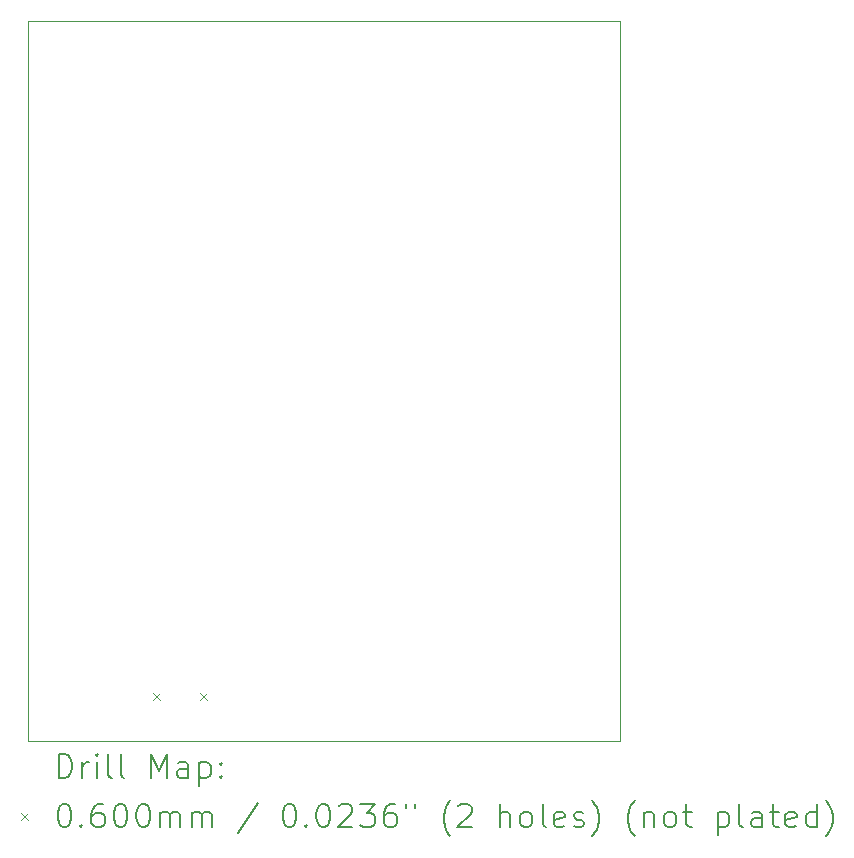
<source format=gbr>
%TF.GenerationSoftware,KiCad,Pcbnew,9.0.1*%
%TF.CreationDate,2025-11-13T22:26:39+01:00*%
%TF.ProjectId,dise_o_v2,64697365-f16f-45f7-9632-2e6b69636164,rev?*%
%TF.SameCoordinates,Original*%
%TF.FileFunction,Drillmap*%
%TF.FilePolarity,Positive*%
%FSLAX45Y45*%
G04 Gerber Fmt 4.5, Leading zero omitted, Abs format (unit mm)*
G04 Created by KiCad (PCBNEW 9.0.1) date 2025-11-13 22:26:39*
%MOMM*%
%LPD*%
G01*
G04 APERTURE LIST*
%ADD10C,0.050000*%
%ADD11C,0.200000*%
%ADD12C,0.100000*%
G04 APERTURE END LIST*
D10*
X4298000Y-3048000D02*
X9304043Y-3048000D01*
X9304043Y-9143451D01*
X4298000Y-9143451D01*
X4298000Y-3048000D01*
D11*
D12*
X5349730Y-8736707D02*
X5409730Y-8796707D01*
X5409730Y-8736707D02*
X5349730Y-8796707D01*
X5749730Y-8736707D02*
X5809730Y-8796707D01*
X5809730Y-8736707D02*
X5749730Y-8796707D01*
D11*
X4556277Y-9457435D02*
X4556277Y-9257435D01*
X4556277Y-9257435D02*
X4603896Y-9257435D01*
X4603896Y-9257435D02*
X4632467Y-9266959D01*
X4632467Y-9266959D02*
X4651515Y-9286006D01*
X4651515Y-9286006D02*
X4661039Y-9305054D01*
X4661039Y-9305054D02*
X4670563Y-9343149D01*
X4670563Y-9343149D02*
X4670563Y-9371720D01*
X4670563Y-9371720D02*
X4661039Y-9409816D01*
X4661039Y-9409816D02*
X4651515Y-9428863D01*
X4651515Y-9428863D02*
X4632467Y-9447911D01*
X4632467Y-9447911D02*
X4603896Y-9457435D01*
X4603896Y-9457435D02*
X4556277Y-9457435D01*
X4756277Y-9457435D02*
X4756277Y-9324101D01*
X4756277Y-9362197D02*
X4765801Y-9343149D01*
X4765801Y-9343149D02*
X4775324Y-9333625D01*
X4775324Y-9333625D02*
X4794372Y-9324101D01*
X4794372Y-9324101D02*
X4813420Y-9324101D01*
X4880086Y-9457435D02*
X4880086Y-9324101D01*
X4880086Y-9257435D02*
X4870563Y-9266959D01*
X4870563Y-9266959D02*
X4880086Y-9276482D01*
X4880086Y-9276482D02*
X4889610Y-9266959D01*
X4889610Y-9266959D02*
X4880086Y-9257435D01*
X4880086Y-9257435D02*
X4880086Y-9276482D01*
X5003896Y-9457435D02*
X4984848Y-9447911D01*
X4984848Y-9447911D02*
X4975324Y-9428863D01*
X4975324Y-9428863D02*
X4975324Y-9257435D01*
X5108658Y-9457435D02*
X5089610Y-9447911D01*
X5089610Y-9447911D02*
X5080086Y-9428863D01*
X5080086Y-9428863D02*
X5080086Y-9257435D01*
X5337229Y-9457435D02*
X5337229Y-9257435D01*
X5337229Y-9257435D02*
X5403896Y-9400292D01*
X5403896Y-9400292D02*
X5470563Y-9257435D01*
X5470563Y-9257435D02*
X5470563Y-9457435D01*
X5651515Y-9457435D02*
X5651515Y-9352673D01*
X5651515Y-9352673D02*
X5641991Y-9333625D01*
X5641991Y-9333625D02*
X5622943Y-9324101D01*
X5622943Y-9324101D02*
X5584848Y-9324101D01*
X5584848Y-9324101D02*
X5565801Y-9333625D01*
X5651515Y-9447911D02*
X5632467Y-9457435D01*
X5632467Y-9457435D02*
X5584848Y-9457435D01*
X5584848Y-9457435D02*
X5565801Y-9447911D01*
X5565801Y-9447911D02*
X5556277Y-9428863D01*
X5556277Y-9428863D02*
X5556277Y-9409816D01*
X5556277Y-9409816D02*
X5565801Y-9390768D01*
X5565801Y-9390768D02*
X5584848Y-9381244D01*
X5584848Y-9381244D02*
X5632467Y-9381244D01*
X5632467Y-9381244D02*
X5651515Y-9371720D01*
X5746753Y-9324101D02*
X5746753Y-9524101D01*
X5746753Y-9333625D02*
X5765801Y-9324101D01*
X5765801Y-9324101D02*
X5803896Y-9324101D01*
X5803896Y-9324101D02*
X5822943Y-9333625D01*
X5822943Y-9333625D02*
X5832467Y-9343149D01*
X5832467Y-9343149D02*
X5841991Y-9362197D01*
X5841991Y-9362197D02*
X5841991Y-9419339D01*
X5841991Y-9419339D02*
X5832467Y-9438387D01*
X5832467Y-9438387D02*
X5822943Y-9447911D01*
X5822943Y-9447911D02*
X5803896Y-9457435D01*
X5803896Y-9457435D02*
X5765801Y-9457435D01*
X5765801Y-9457435D02*
X5746753Y-9447911D01*
X5927705Y-9438387D02*
X5937229Y-9447911D01*
X5937229Y-9447911D02*
X5927705Y-9457435D01*
X5927705Y-9457435D02*
X5918182Y-9447911D01*
X5918182Y-9447911D02*
X5927705Y-9438387D01*
X5927705Y-9438387D02*
X5927705Y-9457435D01*
X5927705Y-9333625D02*
X5937229Y-9343149D01*
X5937229Y-9343149D02*
X5927705Y-9352673D01*
X5927705Y-9352673D02*
X5918182Y-9343149D01*
X5918182Y-9343149D02*
X5927705Y-9333625D01*
X5927705Y-9333625D02*
X5927705Y-9352673D01*
D12*
X4235500Y-9755951D02*
X4295500Y-9815951D01*
X4295500Y-9755951D02*
X4235500Y-9815951D01*
D11*
X4594372Y-9677435D02*
X4613420Y-9677435D01*
X4613420Y-9677435D02*
X4632467Y-9686959D01*
X4632467Y-9686959D02*
X4641991Y-9696482D01*
X4641991Y-9696482D02*
X4651515Y-9715530D01*
X4651515Y-9715530D02*
X4661039Y-9753625D01*
X4661039Y-9753625D02*
X4661039Y-9801244D01*
X4661039Y-9801244D02*
X4651515Y-9839339D01*
X4651515Y-9839339D02*
X4641991Y-9858387D01*
X4641991Y-9858387D02*
X4632467Y-9867911D01*
X4632467Y-9867911D02*
X4613420Y-9877435D01*
X4613420Y-9877435D02*
X4594372Y-9877435D01*
X4594372Y-9877435D02*
X4575324Y-9867911D01*
X4575324Y-9867911D02*
X4565801Y-9858387D01*
X4565801Y-9858387D02*
X4556277Y-9839339D01*
X4556277Y-9839339D02*
X4546753Y-9801244D01*
X4546753Y-9801244D02*
X4546753Y-9753625D01*
X4546753Y-9753625D02*
X4556277Y-9715530D01*
X4556277Y-9715530D02*
X4565801Y-9696482D01*
X4565801Y-9696482D02*
X4575324Y-9686959D01*
X4575324Y-9686959D02*
X4594372Y-9677435D01*
X4746753Y-9858387D02*
X4756277Y-9867911D01*
X4756277Y-9867911D02*
X4746753Y-9877435D01*
X4746753Y-9877435D02*
X4737229Y-9867911D01*
X4737229Y-9867911D02*
X4746753Y-9858387D01*
X4746753Y-9858387D02*
X4746753Y-9877435D01*
X4927705Y-9677435D02*
X4889610Y-9677435D01*
X4889610Y-9677435D02*
X4870563Y-9686959D01*
X4870563Y-9686959D02*
X4861039Y-9696482D01*
X4861039Y-9696482D02*
X4841991Y-9725054D01*
X4841991Y-9725054D02*
X4832467Y-9763149D01*
X4832467Y-9763149D02*
X4832467Y-9839339D01*
X4832467Y-9839339D02*
X4841991Y-9858387D01*
X4841991Y-9858387D02*
X4851515Y-9867911D01*
X4851515Y-9867911D02*
X4870563Y-9877435D01*
X4870563Y-9877435D02*
X4908658Y-9877435D01*
X4908658Y-9877435D02*
X4927705Y-9867911D01*
X4927705Y-9867911D02*
X4937229Y-9858387D01*
X4937229Y-9858387D02*
X4946753Y-9839339D01*
X4946753Y-9839339D02*
X4946753Y-9791720D01*
X4946753Y-9791720D02*
X4937229Y-9772673D01*
X4937229Y-9772673D02*
X4927705Y-9763149D01*
X4927705Y-9763149D02*
X4908658Y-9753625D01*
X4908658Y-9753625D02*
X4870563Y-9753625D01*
X4870563Y-9753625D02*
X4851515Y-9763149D01*
X4851515Y-9763149D02*
X4841991Y-9772673D01*
X4841991Y-9772673D02*
X4832467Y-9791720D01*
X5070563Y-9677435D02*
X5089610Y-9677435D01*
X5089610Y-9677435D02*
X5108658Y-9686959D01*
X5108658Y-9686959D02*
X5118182Y-9696482D01*
X5118182Y-9696482D02*
X5127705Y-9715530D01*
X5127705Y-9715530D02*
X5137229Y-9753625D01*
X5137229Y-9753625D02*
X5137229Y-9801244D01*
X5137229Y-9801244D02*
X5127705Y-9839339D01*
X5127705Y-9839339D02*
X5118182Y-9858387D01*
X5118182Y-9858387D02*
X5108658Y-9867911D01*
X5108658Y-9867911D02*
X5089610Y-9877435D01*
X5089610Y-9877435D02*
X5070563Y-9877435D01*
X5070563Y-9877435D02*
X5051515Y-9867911D01*
X5051515Y-9867911D02*
X5041991Y-9858387D01*
X5041991Y-9858387D02*
X5032467Y-9839339D01*
X5032467Y-9839339D02*
X5022944Y-9801244D01*
X5022944Y-9801244D02*
X5022944Y-9753625D01*
X5022944Y-9753625D02*
X5032467Y-9715530D01*
X5032467Y-9715530D02*
X5041991Y-9696482D01*
X5041991Y-9696482D02*
X5051515Y-9686959D01*
X5051515Y-9686959D02*
X5070563Y-9677435D01*
X5261039Y-9677435D02*
X5280086Y-9677435D01*
X5280086Y-9677435D02*
X5299134Y-9686959D01*
X5299134Y-9686959D02*
X5308658Y-9696482D01*
X5308658Y-9696482D02*
X5318182Y-9715530D01*
X5318182Y-9715530D02*
X5327705Y-9753625D01*
X5327705Y-9753625D02*
X5327705Y-9801244D01*
X5327705Y-9801244D02*
X5318182Y-9839339D01*
X5318182Y-9839339D02*
X5308658Y-9858387D01*
X5308658Y-9858387D02*
X5299134Y-9867911D01*
X5299134Y-9867911D02*
X5280086Y-9877435D01*
X5280086Y-9877435D02*
X5261039Y-9877435D01*
X5261039Y-9877435D02*
X5241991Y-9867911D01*
X5241991Y-9867911D02*
X5232467Y-9858387D01*
X5232467Y-9858387D02*
X5222944Y-9839339D01*
X5222944Y-9839339D02*
X5213420Y-9801244D01*
X5213420Y-9801244D02*
X5213420Y-9753625D01*
X5213420Y-9753625D02*
X5222944Y-9715530D01*
X5222944Y-9715530D02*
X5232467Y-9696482D01*
X5232467Y-9696482D02*
X5241991Y-9686959D01*
X5241991Y-9686959D02*
X5261039Y-9677435D01*
X5413420Y-9877435D02*
X5413420Y-9744101D01*
X5413420Y-9763149D02*
X5422944Y-9753625D01*
X5422944Y-9753625D02*
X5441991Y-9744101D01*
X5441991Y-9744101D02*
X5470563Y-9744101D01*
X5470563Y-9744101D02*
X5489610Y-9753625D01*
X5489610Y-9753625D02*
X5499134Y-9772673D01*
X5499134Y-9772673D02*
X5499134Y-9877435D01*
X5499134Y-9772673D02*
X5508658Y-9753625D01*
X5508658Y-9753625D02*
X5527705Y-9744101D01*
X5527705Y-9744101D02*
X5556277Y-9744101D01*
X5556277Y-9744101D02*
X5575325Y-9753625D01*
X5575325Y-9753625D02*
X5584848Y-9772673D01*
X5584848Y-9772673D02*
X5584848Y-9877435D01*
X5680086Y-9877435D02*
X5680086Y-9744101D01*
X5680086Y-9763149D02*
X5689610Y-9753625D01*
X5689610Y-9753625D02*
X5708658Y-9744101D01*
X5708658Y-9744101D02*
X5737229Y-9744101D01*
X5737229Y-9744101D02*
X5756277Y-9753625D01*
X5756277Y-9753625D02*
X5765801Y-9772673D01*
X5765801Y-9772673D02*
X5765801Y-9877435D01*
X5765801Y-9772673D02*
X5775324Y-9753625D01*
X5775324Y-9753625D02*
X5794372Y-9744101D01*
X5794372Y-9744101D02*
X5822943Y-9744101D01*
X5822943Y-9744101D02*
X5841991Y-9753625D01*
X5841991Y-9753625D02*
X5851515Y-9772673D01*
X5851515Y-9772673D02*
X5851515Y-9877435D01*
X6241991Y-9667911D02*
X6070563Y-9925054D01*
X6499134Y-9677435D02*
X6518182Y-9677435D01*
X6518182Y-9677435D02*
X6537229Y-9686959D01*
X6537229Y-9686959D02*
X6546753Y-9696482D01*
X6546753Y-9696482D02*
X6556277Y-9715530D01*
X6556277Y-9715530D02*
X6565801Y-9753625D01*
X6565801Y-9753625D02*
X6565801Y-9801244D01*
X6565801Y-9801244D02*
X6556277Y-9839339D01*
X6556277Y-9839339D02*
X6546753Y-9858387D01*
X6546753Y-9858387D02*
X6537229Y-9867911D01*
X6537229Y-9867911D02*
X6518182Y-9877435D01*
X6518182Y-9877435D02*
X6499134Y-9877435D01*
X6499134Y-9877435D02*
X6480086Y-9867911D01*
X6480086Y-9867911D02*
X6470563Y-9858387D01*
X6470563Y-9858387D02*
X6461039Y-9839339D01*
X6461039Y-9839339D02*
X6451515Y-9801244D01*
X6451515Y-9801244D02*
X6451515Y-9753625D01*
X6451515Y-9753625D02*
X6461039Y-9715530D01*
X6461039Y-9715530D02*
X6470563Y-9696482D01*
X6470563Y-9696482D02*
X6480086Y-9686959D01*
X6480086Y-9686959D02*
X6499134Y-9677435D01*
X6651515Y-9858387D02*
X6661039Y-9867911D01*
X6661039Y-9867911D02*
X6651515Y-9877435D01*
X6651515Y-9877435D02*
X6641991Y-9867911D01*
X6641991Y-9867911D02*
X6651515Y-9858387D01*
X6651515Y-9858387D02*
X6651515Y-9877435D01*
X6784848Y-9677435D02*
X6803896Y-9677435D01*
X6803896Y-9677435D02*
X6822944Y-9686959D01*
X6822944Y-9686959D02*
X6832467Y-9696482D01*
X6832467Y-9696482D02*
X6841991Y-9715530D01*
X6841991Y-9715530D02*
X6851515Y-9753625D01*
X6851515Y-9753625D02*
X6851515Y-9801244D01*
X6851515Y-9801244D02*
X6841991Y-9839339D01*
X6841991Y-9839339D02*
X6832467Y-9858387D01*
X6832467Y-9858387D02*
X6822944Y-9867911D01*
X6822944Y-9867911D02*
X6803896Y-9877435D01*
X6803896Y-9877435D02*
X6784848Y-9877435D01*
X6784848Y-9877435D02*
X6765801Y-9867911D01*
X6765801Y-9867911D02*
X6756277Y-9858387D01*
X6756277Y-9858387D02*
X6746753Y-9839339D01*
X6746753Y-9839339D02*
X6737229Y-9801244D01*
X6737229Y-9801244D02*
X6737229Y-9753625D01*
X6737229Y-9753625D02*
X6746753Y-9715530D01*
X6746753Y-9715530D02*
X6756277Y-9696482D01*
X6756277Y-9696482D02*
X6765801Y-9686959D01*
X6765801Y-9686959D02*
X6784848Y-9677435D01*
X6927706Y-9696482D02*
X6937229Y-9686959D01*
X6937229Y-9686959D02*
X6956277Y-9677435D01*
X6956277Y-9677435D02*
X7003896Y-9677435D01*
X7003896Y-9677435D02*
X7022944Y-9686959D01*
X7022944Y-9686959D02*
X7032467Y-9696482D01*
X7032467Y-9696482D02*
X7041991Y-9715530D01*
X7041991Y-9715530D02*
X7041991Y-9734578D01*
X7041991Y-9734578D02*
X7032467Y-9763149D01*
X7032467Y-9763149D02*
X6918182Y-9877435D01*
X6918182Y-9877435D02*
X7041991Y-9877435D01*
X7108658Y-9677435D02*
X7232467Y-9677435D01*
X7232467Y-9677435D02*
X7165801Y-9753625D01*
X7165801Y-9753625D02*
X7194372Y-9753625D01*
X7194372Y-9753625D02*
X7213420Y-9763149D01*
X7213420Y-9763149D02*
X7222944Y-9772673D01*
X7222944Y-9772673D02*
X7232467Y-9791720D01*
X7232467Y-9791720D02*
X7232467Y-9839339D01*
X7232467Y-9839339D02*
X7222944Y-9858387D01*
X7222944Y-9858387D02*
X7213420Y-9867911D01*
X7213420Y-9867911D02*
X7194372Y-9877435D01*
X7194372Y-9877435D02*
X7137229Y-9877435D01*
X7137229Y-9877435D02*
X7118182Y-9867911D01*
X7118182Y-9867911D02*
X7108658Y-9858387D01*
X7403896Y-9677435D02*
X7365801Y-9677435D01*
X7365801Y-9677435D02*
X7346753Y-9686959D01*
X7346753Y-9686959D02*
X7337229Y-9696482D01*
X7337229Y-9696482D02*
X7318182Y-9725054D01*
X7318182Y-9725054D02*
X7308658Y-9763149D01*
X7308658Y-9763149D02*
X7308658Y-9839339D01*
X7308658Y-9839339D02*
X7318182Y-9858387D01*
X7318182Y-9858387D02*
X7327706Y-9867911D01*
X7327706Y-9867911D02*
X7346753Y-9877435D01*
X7346753Y-9877435D02*
X7384848Y-9877435D01*
X7384848Y-9877435D02*
X7403896Y-9867911D01*
X7403896Y-9867911D02*
X7413420Y-9858387D01*
X7413420Y-9858387D02*
X7422944Y-9839339D01*
X7422944Y-9839339D02*
X7422944Y-9791720D01*
X7422944Y-9791720D02*
X7413420Y-9772673D01*
X7413420Y-9772673D02*
X7403896Y-9763149D01*
X7403896Y-9763149D02*
X7384848Y-9753625D01*
X7384848Y-9753625D02*
X7346753Y-9753625D01*
X7346753Y-9753625D02*
X7327706Y-9763149D01*
X7327706Y-9763149D02*
X7318182Y-9772673D01*
X7318182Y-9772673D02*
X7308658Y-9791720D01*
X7499134Y-9677435D02*
X7499134Y-9715530D01*
X7575325Y-9677435D02*
X7575325Y-9715530D01*
X7870563Y-9953625D02*
X7861039Y-9944101D01*
X7861039Y-9944101D02*
X7841991Y-9915530D01*
X7841991Y-9915530D02*
X7832468Y-9896482D01*
X7832468Y-9896482D02*
X7822944Y-9867911D01*
X7822944Y-9867911D02*
X7813420Y-9820292D01*
X7813420Y-9820292D02*
X7813420Y-9782197D01*
X7813420Y-9782197D02*
X7822944Y-9734578D01*
X7822944Y-9734578D02*
X7832468Y-9706006D01*
X7832468Y-9706006D02*
X7841991Y-9686959D01*
X7841991Y-9686959D02*
X7861039Y-9658387D01*
X7861039Y-9658387D02*
X7870563Y-9648863D01*
X7937229Y-9696482D02*
X7946753Y-9686959D01*
X7946753Y-9686959D02*
X7965801Y-9677435D01*
X7965801Y-9677435D02*
X8013420Y-9677435D01*
X8013420Y-9677435D02*
X8032468Y-9686959D01*
X8032468Y-9686959D02*
X8041991Y-9696482D01*
X8041991Y-9696482D02*
X8051515Y-9715530D01*
X8051515Y-9715530D02*
X8051515Y-9734578D01*
X8051515Y-9734578D02*
X8041991Y-9763149D01*
X8041991Y-9763149D02*
X7927706Y-9877435D01*
X7927706Y-9877435D02*
X8051515Y-9877435D01*
X8289610Y-9877435D02*
X8289610Y-9677435D01*
X8375325Y-9877435D02*
X8375325Y-9772673D01*
X8375325Y-9772673D02*
X8365801Y-9753625D01*
X8365801Y-9753625D02*
X8346753Y-9744101D01*
X8346753Y-9744101D02*
X8318182Y-9744101D01*
X8318182Y-9744101D02*
X8299134Y-9753625D01*
X8299134Y-9753625D02*
X8289610Y-9763149D01*
X8499134Y-9877435D02*
X8480087Y-9867911D01*
X8480087Y-9867911D02*
X8470563Y-9858387D01*
X8470563Y-9858387D02*
X8461039Y-9839339D01*
X8461039Y-9839339D02*
X8461039Y-9782197D01*
X8461039Y-9782197D02*
X8470563Y-9763149D01*
X8470563Y-9763149D02*
X8480087Y-9753625D01*
X8480087Y-9753625D02*
X8499134Y-9744101D01*
X8499134Y-9744101D02*
X8527706Y-9744101D01*
X8527706Y-9744101D02*
X8546753Y-9753625D01*
X8546753Y-9753625D02*
X8556277Y-9763149D01*
X8556277Y-9763149D02*
X8565801Y-9782197D01*
X8565801Y-9782197D02*
X8565801Y-9839339D01*
X8565801Y-9839339D02*
X8556277Y-9858387D01*
X8556277Y-9858387D02*
X8546753Y-9867911D01*
X8546753Y-9867911D02*
X8527706Y-9877435D01*
X8527706Y-9877435D02*
X8499134Y-9877435D01*
X8680087Y-9877435D02*
X8661039Y-9867911D01*
X8661039Y-9867911D02*
X8651515Y-9848863D01*
X8651515Y-9848863D02*
X8651515Y-9677435D01*
X8832468Y-9867911D02*
X8813420Y-9877435D01*
X8813420Y-9877435D02*
X8775325Y-9877435D01*
X8775325Y-9877435D02*
X8756277Y-9867911D01*
X8756277Y-9867911D02*
X8746753Y-9848863D01*
X8746753Y-9848863D02*
X8746753Y-9772673D01*
X8746753Y-9772673D02*
X8756277Y-9753625D01*
X8756277Y-9753625D02*
X8775325Y-9744101D01*
X8775325Y-9744101D02*
X8813420Y-9744101D01*
X8813420Y-9744101D02*
X8832468Y-9753625D01*
X8832468Y-9753625D02*
X8841992Y-9772673D01*
X8841992Y-9772673D02*
X8841992Y-9791720D01*
X8841992Y-9791720D02*
X8746753Y-9810768D01*
X8918182Y-9867911D02*
X8937230Y-9877435D01*
X8937230Y-9877435D02*
X8975325Y-9877435D01*
X8975325Y-9877435D02*
X8994373Y-9867911D01*
X8994373Y-9867911D02*
X9003896Y-9848863D01*
X9003896Y-9848863D02*
X9003896Y-9839339D01*
X9003896Y-9839339D02*
X8994373Y-9820292D01*
X8994373Y-9820292D02*
X8975325Y-9810768D01*
X8975325Y-9810768D02*
X8946753Y-9810768D01*
X8946753Y-9810768D02*
X8927706Y-9801244D01*
X8927706Y-9801244D02*
X8918182Y-9782197D01*
X8918182Y-9782197D02*
X8918182Y-9772673D01*
X8918182Y-9772673D02*
X8927706Y-9753625D01*
X8927706Y-9753625D02*
X8946753Y-9744101D01*
X8946753Y-9744101D02*
X8975325Y-9744101D01*
X8975325Y-9744101D02*
X8994373Y-9753625D01*
X9070563Y-9953625D02*
X9080087Y-9944101D01*
X9080087Y-9944101D02*
X9099134Y-9915530D01*
X9099134Y-9915530D02*
X9108658Y-9896482D01*
X9108658Y-9896482D02*
X9118182Y-9867911D01*
X9118182Y-9867911D02*
X9127706Y-9820292D01*
X9127706Y-9820292D02*
X9127706Y-9782197D01*
X9127706Y-9782197D02*
X9118182Y-9734578D01*
X9118182Y-9734578D02*
X9108658Y-9706006D01*
X9108658Y-9706006D02*
X9099134Y-9686959D01*
X9099134Y-9686959D02*
X9080087Y-9658387D01*
X9080087Y-9658387D02*
X9070563Y-9648863D01*
X9432468Y-9953625D02*
X9422944Y-9944101D01*
X9422944Y-9944101D02*
X9403896Y-9915530D01*
X9403896Y-9915530D02*
X9394373Y-9896482D01*
X9394373Y-9896482D02*
X9384849Y-9867911D01*
X9384849Y-9867911D02*
X9375325Y-9820292D01*
X9375325Y-9820292D02*
X9375325Y-9782197D01*
X9375325Y-9782197D02*
X9384849Y-9734578D01*
X9384849Y-9734578D02*
X9394373Y-9706006D01*
X9394373Y-9706006D02*
X9403896Y-9686959D01*
X9403896Y-9686959D02*
X9422944Y-9658387D01*
X9422944Y-9658387D02*
X9432468Y-9648863D01*
X9508658Y-9744101D02*
X9508658Y-9877435D01*
X9508658Y-9763149D02*
X9518182Y-9753625D01*
X9518182Y-9753625D02*
X9537230Y-9744101D01*
X9537230Y-9744101D02*
X9565801Y-9744101D01*
X9565801Y-9744101D02*
X9584849Y-9753625D01*
X9584849Y-9753625D02*
X9594373Y-9772673D01*
X9594373Y-9772673D02*
X9594373Y-9877435D01*
X9718182Y-9877435D02*
X9699134Y-9867911D01*
X9699134Y-9867911D02*
X9689611Y-9858387D01*
X9689611Y-9858387D02*
X9680087Y-9839339D01*
X9680087Y-9839339D02*
X9680087Y-9782197D01*
X9680087Y-9782197D02*
X9689611Y-9763149D01*
X9689611Y-9763149D02*
X9699134Y-9753625D01*
X9699134Y-9753625D02*
X9718182Y-9744101D01*
X9718182Y-9744101D02*
X9746754Y-9744101D01*
X9746754Y-9744101D02*
X9765801Y-9753625D01*
X9765801Y-9753625D02*
X9775325Y-9763149D01*
X9775325Y-9763149D02*
X9784849Y-9782197D01*
X9784849Y-9782197D02*
X9784849Y-9839339D01*
X9784849Y-9839339D02*
X9775325Y-9858387D01*
X9775325Y-9858387D02*
X9765801Y-9867911D01*
X9765801Y-9867911D02*
X9746754Y-9877435D01*
X9746754Y-9877435D02*
X9718182Y-9877435D01*
X9841992Y-9744101D02*
X9918182Y-9744101D01*
X9870563Y-9677435D02*
X9870563Y-9848863D01*
X9870563Y-9848863D02*
X9880087Y-9867911D01*
X9880087Y-9867911D02*
X9899134Y-9877435D01*
X9899134Y-9877435D02*
X9918182Y-9877435D01*
X10137230Y-9744101D02*
X10137230Y-9944101D01*
X10137230Y-9753625D02*
X10156277Y-9744101D01*
X10156277Y-9744101D02*
X10194373Y-9744101D01*
X10194373Y-9744101D02*
X10213420Y-9753625D01*
X10213420Y-9753625D02*
X10222944Y-9763149D01*
X10222944Y-9763149D02*
X10232468Y-9782197D01*
X10232468Y-9782197D02*
X10232468Y-9839339D01*
X10232468Y-9839339D02*
X10222944Y-9858387D01*
X10222944Y-9858387D02*
X10213420Y-9867911D01*
X10213420Y-9867911D02*
X10194373Y-9877435D01*
X10194373Y-9877435D02*
X10156277Y-9877435D01*
X10156277Y-9877435D02*
X10137230Y-9867911D01*
X10346754Y-9877435D02*
X10327706Y-9867911D01*
X10327706Y-9867911D02*
X10318182Y-9848863D01*
X10318182Y-9848863D02*
X10318182Y-9677435D01*
X10508658Y-9877435D02*
X10508658Y-9772673D01*
X10508658Y-9772673D02*
X10499135Y-9753625D01*
X10499135Y-9753625D02*
X10480087Y-9744101D01*
X10480087Y-9744101D02*
X10441992Y-9744101D01*
X10441992Y-9744101D02*
X10422944Y-9753625D01*
X10508658Y-9867911D02*
X10489611Y-9877435D01*
X10489611Y-9877435D02*
X10441992Y-9877435D01*
X10441992Y-9877435D02*
X10422944Y-9867911D01*
X10422944Y-9867911D02*
X10413420Y-9848863D01*
X10413420Y-9848863D02*
X10413420Y-9829816D01*
X10413420Y-9829816D02*
X10422944Y-9810768D01*
X10422944Y-9810768D02*
X10441992Y-9801244D01*
X10441992Y-9801244D02*
X10489611Y-9801244D01*
X10489611Y-9801244D02*
X10508658Y-9791720D01*
X10575325Y-9744101D02*
X10651515Y-9744101D01*
X10603896Y-9677435D02*
X10603896Y-9848863D01*
X10603896Y-9848863D02*
X10613420Y-9867911D01*
X10613420Y-9867911D02*
X10632468Y-9877435D01*
X10632468Y-9877435D02*
X10651515Y-9877435D01*
X10794373Y-9867911D02*
X10775325Y-9877435D01*
X10775325Y-9877435D02*
X10737230Y-9877435D01*
X10737230Y-9877435D02*
X10718182Y-9867911D01*
X10718182Y-9867911D02*
X10708658Y-9848863D01*
X10708658Y-9848863D02*
X10708658Y-9772673D01*
X10708658Y-9772673D02*
X10718182Y-9753625D01*
X10718182Y-9753625D02*
X10737230Y-9744101D01*
X10737230Y-9744101D02*
X10775325Y-9744101D01*
X10775325Y-9744101D02*
X10794373Y-9753625D01*
X10794373Y-9753625D02*
X10803896Y-9772673D01*
X10803896Y-9772673D02*
X10803896Y-9791720D01*
X10803896Y-9791720D02*
X10708658Y-9810768D01*
X10975325Y-9877435D02*
X10975325Y-9677435D01*
X10975325Y-9867911D02*
X10956277Y-9877435D01*
X10956277Y-9877435D02*
X10918182Y-9877435D01*
X10918182Y-9877435D02*
X10899135Y-9867911D01*
X10899135Y-9867911D02*
X10889611Y-9858387D01*
X10889611Y-9858387D02*
X10880087Y-9839339D01*
X10880087Y-9839339D02*
X10880087Y-9782197D01*
X10880087Y-9782197D02*
X10889611Y-9763149D01*
X10889611Y-9763149D02*
X10899135Y-9753625D01*
X10899135Y-9753625D02*
X10918182Y-9744101D01*
X10918182Y-9744101D02*
X10956277Y-9744101D01*
X10956277Y-9744101D02*
X10975325Y-9753625D01*
X11051516Y-9953625D02*
X11061039Y-9944101D01*
X11061039Y-9944101D02*
X11080087Y-9915530D01*
X11080087Y-9915530D02*
X11089611Y-9896482D01*
X11089611Y-9896482D02*
X11099135Y-9867911D01*
X11099135Y-9867911D02*
X11108658Y-9820292D01*
X11108658Y-9820292D02*
X11108658Y-9782197D01*
X11108658Y-9782197D02*
X11099135Y-9734578D01*
X11099135Y-9734578D02*
X11089611Y-9706006D01*
X11089611Y-9706006D02*
X11080087Y-9686959D01*
X11080087Y-9686959D02*
X11061039Y-9658387D01*
X11061039Y-9658387D02*
X11051516Y-9648863D01*
M02*

</source>
